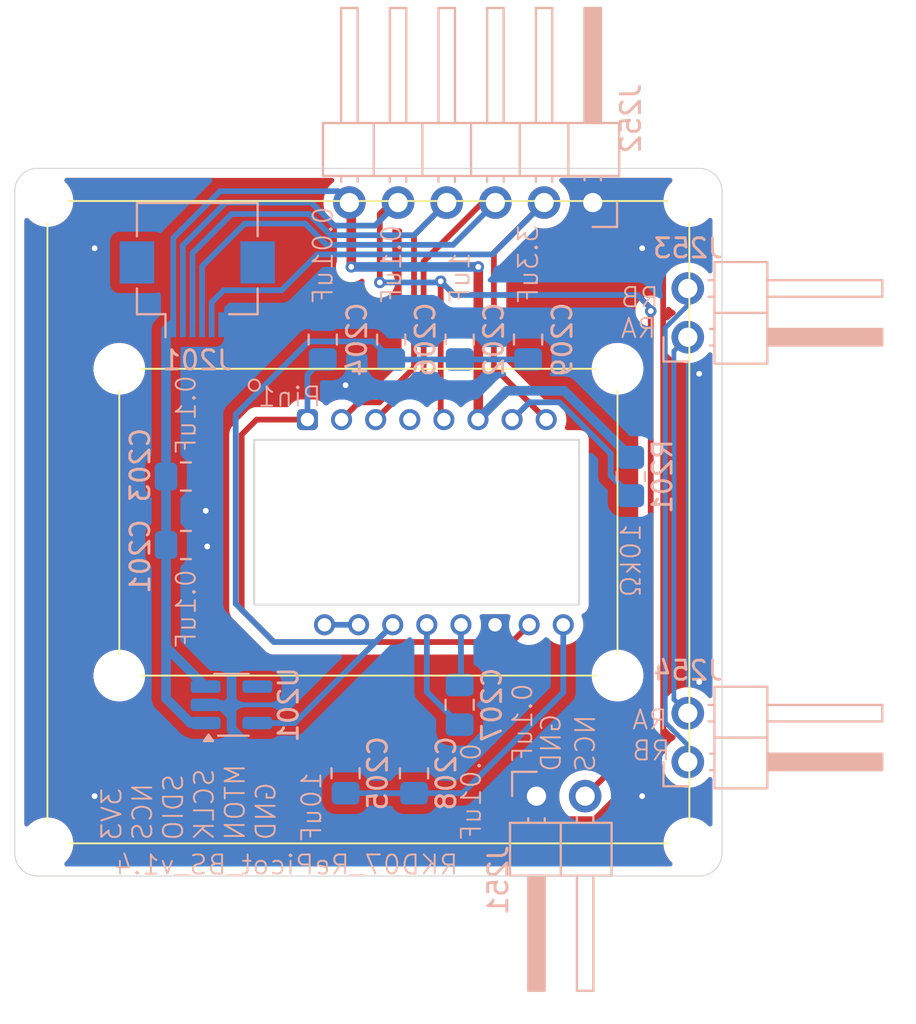
<source format=kicad_pcb>
(kicad_pcb (version 20241229) (generator "pcbnew") (generator_version "9.0")
  (layers (0 "F.Cu" signal) (2 "B.Cu" signal) (13 "F.Paste" user) (15 "B.Paste" user) (5 "F.SilkS" user "F.Silkscreen") (7 "B.SilkS" user "B.Silkscreen") (1 "F.Mask" user) (3 "B.Mask" user) (25 "Edge.Cuts" user))
  (net 0 "")
  (net 1 "3V3_E")
  (net 2 "GND_E")
  (net 3 "1V9_E")
  (net 4 "Net-(U202-+VCSEL)")
  (net 5 "Net-(U202-VCP)")
  (net 6 "Net-(U202-CP)")
  (net 7 "Net-(U202-CN)")
  (net 8 "GP03_MOSI_E")
  (net 9 "NCS_E")
  (net 10 "GP02_SCLK_E")
  (net 11 "GP00_MISO_E")
  (net 12 "GP04_E")
  (net 13 "GP07_E")
  (net 14 "Net-(U202-NRESET)")
  (net 16 "Net-(U202--VCSEL)")
  (footprint "Rikkodo_FootPrint:rkd_picot5400_BTM" (layer "F.Cu") (at 121.443648 78.581184)
    (property "Reference" "Picot**" (hide yes))
    (property "Value" "rkd_picot5400_BTM")
    (fp_line (start -16.75 -16.75) (end -16.75 16.75) (stroke (width 0.1)) (layer "F.SilkS"))
    (fp_line (start -16.75 -16.75) (end 16.75 -16.75) (stroke (width 0.1)) (layer "F.SilkS"))
    (fp_line (start -16.75 16.75) (end 16.75 16.75) (stroke (width 0.1)) (layer "F.SilkS"))
    (fp_line (start 16.75 16.75) (end 16.75 -16.75) (stroke (width 0.1)) (layer "F.SilkS"))
    (pad "" np_thru_hole circle (at -16.75 -16.75) (size 2.2 2.2) (drill 2.2) (layers "*.Cu" "*.Mask"))
    (pad "" np_thru_hole circle (at -16.75 16.75) (size 2.2 2.2) (drill 2.2) (layers "*.Cu" "*.Mask"))
    (pad "" np_thru_hole circle (at 16.75 -16.75) (size 2.2 2.2) (drill 2.2) (layers "*.Cu" "*.Mask"))
    (pad "" np_thru_hole circle (at 16.75 16.75) (size 2.2 2.2) (drill 2.2) (layers "*.Cu" "*.Mask"))
  )
  (footprint "Rikkodo_FootPrint:PMW3610DM-SUDU" (layer "F.Cu") (at 121.443648 78.581184)
    (property "Reference" "U202" (hide yes))
    (property "Value" "PMW3610DM-SUDU")
    (fp_rect (start -5.96 -4.3) (end 11 4.3) (stroke (width 0.1)) (fill no) (layer "Edge.Cuts"))
    (pad "1" thru_hole roundrect (at -3.18 -5.35) (size 1.1 1.1) (drill 0.7) (layers "*.Cu" "*.Mask") (roundrect_rratio 0.2272727273) (net 4 "Net-(U202-+VCSEL)"))
    (pad "2" thru_hole circle (at -1.4 -5.35) (size 1.1 1.1) (drill 0.7) (layers "*.Cu" "*.Mask") (net 11 "GP00_MISO_E"))
    (pad "3" thru_hole circle (at 0.38 -5.35) (size 1.1 1.1) (drill 0.7) (layers "*.Cu" "*.Mask") (net 10 "GP02_SCLK_E"))
    (pad "4" thru_hole circle (at 2.16 -5.35) (size 1.1 1.1) (drill 0.7) (layers "*.Cu" "*.Mask"))
    (pad "5" thru_hole circle (at 3.94 -5.35) (size 1.1 1.1) (drill 0.7) (layers "*.Cu" "*.Mask") (net 9 "NCS_E"))
    (pad "6" thru_hole circle (at 5.72 -5.35) (size 1.1 1.1) (drill 0.7) (layers "*.Cu" "*.Mask") (net 1 "3V3_E"))
    (pad "7" thru_hole circle (at 7.5 -5.35) (size 1.1 1.1) (drill 0.7) (layers "*.Cu" "*.Mask") (net 14 "Net-(U202-NRESET)"))
    (pad "8" thru_hole circle (at 9.28 -5.35) (size 1.1 1.1) (drill 0.7) (layers "*.Cu" "*.Mask") (net 8 "GP03_MOSI_E"))
    (pad "9" thru_hole circle (at 10.17 5.35) (size 1.1 1.1) (drill 0.7) (layers "*.Cu" "*.Mask") (net 5 "Net-(U202-VCP)"))
    (pad "10" thru_hole circle (at 8.39 5.35) (size 1.1 1.1) (drill 0.7) (layers "*.Cu" "*.Mask") (net 4 "Net-(U202-+VCSEL)"))
    (pad "11" thru_hole circle (at 6.61 5.35) (size 1.1 1.1) (drill 0.7) (layers "*.Cu" "*.Mask") (net 2 "GND_E"))
    (pad "12" thru_hole circle (at 4.83 5.35) (size 1.1 1.1) (drill 0.7) (layers "*.Cu" "*.Mask") (net 6 "Net-(U202-CP)"))
    (pad "13" thru_hole circle (at 3.05 5.35) (size 1.1 1.1) (drill 0.7) (layers "*.Cu" "*.Mask") (net 7 "Net-(U202-CN)"))
    (pad "14" thru_hole circle (at 1.27 5.35) (size 1.1 1.1) (drill 0.7) (layers "*.Cu" "*.Mask") (net 3 "1V9_E"))
    (pad "15" thru_hole circle (at -0.51 5.35) (size 1.1 1.1) (drill 0.7) (layers "*.Cu" "*.Mask") (net 16 "Net-(U202--VCSEL)"))
    (pad "16" thru_hole circle (at -2.29 5.35) (size 1.1 1.1) (drill 0.7) (layers "*.Cu" "*.Mask") (net 16 "Net-(U202--VCSEL)"))
  )
  (footprint "Rikkodo_FootPrint:rkd_sumi_foot" (layer "F.Cu") (at 121.443852 78.581316)
    (property "Reference" "REF**" (hide yes))
    (property "Value" "rkd_sumi_foot" (hide yes))
    (fp_rect (start -13 -8) (end 13 8) (stroke (width 0.1)) (fill no) (layer "F.SilkS"))
    (pad "" np_thru_hole circle (at -13 -8) (size 2.2 2.2) (drill 2.2) (layers "*.Cu" "*.Mask"))
    (pad "" np_thru_hole circle (at -13 8) (size 2.2 2.2) (drill 2.2) (layers "*.Cu" "*.Mask"))
    (pad "" np_thru_hole circle (at 13 -8) (size 2.2 2.2) (drill 2.2) (layers "*.Cu" "*.Mask"))
    (pad "" np_thru_hole circle (at 13 8) (size 2.2 2.2) (drill 2.2) (layers "*.Cu" "*.Mask"))
  )
  (footprint "Capacitor_SMD:C_0805_2012Metric_Pad1.18x1.45mm_HandSolder" (layer "B.Cu") (at 126.20625 69.05625 90)
    (property "Reference" "C202" (at 0.000058 1.78583 90) (layer "B.SilkS") (effects (justify mirror)))
    (property "Value" "1uF")
    (fp_line (start -0.261252 -0.735) (end 0.261252 -0.735) (stroke (width 0.12)) (layer "B.SilkS"))
    (fp_line (start -0.261252 0.735) (end 0.261252 0.735) (stroke (width 0.12)) (layer "B.SilkS"))
    (pad "1" smd roundrect (at -1.0375 0 90) (size 1.175 1.45) (layers "B.Cu" "B.Mask" "B.Paste") (roundrect_rratio 0.212766) (net 3 "1V9_E"))
    (pad "2" smd roundrect (at 1.0375 0 90) (size 1.175 1.45) (layers "B.Cu" "B.Mask" "B.Paste") (roundrect_rratio 0.212766) (net 2 "GND_E"))
  )
  (footprint "Capacitor_SMD:C_0805_2012Metric_Pad1.18x1.45mm_HandSolder" (layer "B.Cu") (at 111.918844 76.200064)
    (property "Reference" "C203" (at -2.381344 -0.595313 90) (layer "B.SilkS") (effects (justify mirror)))
    (property "Value" "0.1uF X7R")
    (fp_line (start -0.261252 -0.735) (end 0.261252 -0.735) (stroke (width 0.12)) (layer "B.SilkS"))
    (fp_line (start -0.261252 0.735) (end 0.261252 0.735) (stroke (width 0.12)) (layer "B.SilkS"))
    (pad "1" smd roundrect (at -1.0375 0) (size 1.175 1.45) (layers "B.Cu" "B.Mask" "B.Paste") (roundrect_rratio 0.212766) (net 1 "3V3_E"))
    (pad "2" smd roundrect (at 1.0375 0) (size 1.175 1.45) (layers "B.Cu" "B.Mask" "B.Paste") (roundrect_rratio 0.212766) (net 2 "GND_E"))
  )
  (footprint "Capacitor_SMD:C_0805_2012Metric_Pad1.18x1.45mm_HandSolder" (layer "B.Cu") (at 111.918844 79.772006)
    (property "Reference" "C201" (at -2.381252 0.595249 90) (layer "B.SilkS") (effects (justify mirror)))
    (property "Value" "0.1uF X7R")
    (fp_line (start -0.261252 -0.735) (end 0.261252 -0.735) (stroke (width 0.12)) (layer "B.SilkS"))
    (fp_line (start -0.261252 0.735) (end 0.261252 0.735) (stroke (width 0.12)) (layer "B.SilkS"))
    (pad "1" smd roundrect (at -1.0375 0) (size 1.175 1.45) (layers "B.Cu" "B.Mask" "B.Paste") (roundrect_rratio 0.212766) (net 1 "3V3_E"))
    (pad "2" smd roundrect (at 1.0375 0) (size 1.175 1.45) (layers "B.Cu" "B.Mask" "B.Paste") (roundrect_rratio 0.212766) (net 2 "GND_E"))
  )
  (footprint "Connector_PinHeader_2.54mm:PinHeader_1x02_P2.54mm_Horizontal" (layer "B.Cu") (at 138.112616 68.933485)
    (property "Reference" "J253" (at 0 -4.639681 0) (layer "B.SilkS") (effects (justify mirror)))
    (property "Value" "Conn_01x02_Socket")
    (fp_line (start -1.27 0) (end -1.27 1.27) (stroke (width 0.12)) (layer "B.SilkS"))
    (fp_line (start -1.27 1.27) (end 0 1.27) (stroke (width 0.12)) (layer "B.SilkS"))
    (fp_line (start 1.077358 -2.97) (end 1.39 -2.97) (stroke (width 0.12)) (layer "B.SilkS"))
    (fp_line (start 1.077358 -2.11) (end 1.39 -2.11) (stroke (width 0.12)) (layer "B.SilkS"))
    (fp_line (start 1.16 -0.43) (end 1.39 -0.43) (stroke (width 0.12)) (layer "B.SilkS"))
    (fp_line (start 1.16 0.43) (end 1.39 0.43) (stroke (width 0.12)) (layer "B.SilkS"))
    (fp_line (start 1.39 -3.92) (end 4.15 -3.92) (stroke (width 0.12)) (layer "B.SilkS"))
    (fp_line (start 1.39 -1.27) (end 4.15 -1.27) (stroke (width 0.12)) (layer "B.SilkS"))
    (fp_line (start 1.39 1.38) (end 1.39 -3.92) (stroke (width 0.12)) (layer "B.SilkS"))
    (fp_line (start 4.15 -3.92) (end 4.15 1.38) (stroke (width 0.12)) (layer "B.SilkS"))
    (fp_line (start 4.15 -2.11) (end 10.15 -2.11) (stroke (width 0.12)) (layer "B.SilkS"))
    (fp_line (start 4.15 1.38) (end 1.39 1.38) (stroke (width 0.12)) (layer "B.SilkS"))
    (fp_line (start 10.15 -2.97) (end 4.15 -2.97) (stroke (width 0.12)) (layer "B.SilkS"))
    (fp_line (start 10.15 -2.11) (end 10.15 -2.97) (stroke (width 0.12)) (layer "B.SilkS"))
    (fp_rect (start 4.15 0.43) (end 10.15 -0.43) (stroke (width 0.12)) (fill yes) (layer "B.SilkS"))
    (pad "1" thru_hole circle (at 0 0) (size 1.7 1.7) (drill 1) (layers "*.Cu" "*.Mask") (net 12 "GP04_E"))
    (pad "2" thru_hole circle (at 0 -2.54) (size 1.7 1.7) (drill 1) (layers "*.Cu" "*.Mask") (net 13 "GP07_E"))
  )
  (footprint "Capacitor_SMD:C_0805_2012Metric_Pad1.18x1.45mm_HandSolder" (layer "B.Cu") (at 123.825 91.678125 90)
    (property "Reference" "C208" (at 0 1.68 90) (layer "B.SilkS") (effects (justify mirror)))
    (property "Value" "0.01uF X7R")
    (fp_line (start -0.261252 -0.735) (end 0.261252 -0.735) (stroke (width 0.12)) (layer "B.SilkS"))
    (fp_line (start -0.261252 0.735) (end 0.261252 0.735) (stroke (width 0.12)) (layer "B.SilkS"))
    (pad "1" smd roundrect (at -1.0375 0 90) (size 1.175 1.45) (layers "B.Cu" "B.Mask" "B.Paste") (roundrect_rratio 0.212766) (net 5 "Net-(U202-VCP)"))
    (pad "2" smd roundrect (at 1.0375 0 90) (size 1.175 1.45) (layers "B.Cu" "B.Mask" "B.Paste") (roundrect_rratio 0.212766) (net 2 "GND_E"))
  )
  (footprint "Capacitor_SMD:C_0805_2012Metric_Pad1.18x1.45mm_HandSolder" (layer "B.Cu") (at 120.253125 91.678125 90)
    (property "Reference" "C205" (at 0 1.68 90) (layer "B.SilkS") (effects (justify mirror)))
    (property "Value" "10uF X7R")
    (fp_line (start -0.261252 -0.735) (end 0.261252 -0.735) (stroke (width 0.12)) (layer "B.SilkS"))
    (fp_line (start -0.261252 0.735) (end 0.261252 0.735) (stroke (width 0.12)) (layer "B.SilkS"))
    (pad "1" smd roundrect (at -1.0375 0 90) (size 1.175 1.45) (layers "B.Cu" "B.Mask" "B.Paste") (roundrect_rratio 0.212766) (net 5 "Net-(U202-VCP)"))
    (pad "2" smd roundrect (at 1.0375 0 90) (size 1.175 1.45) (layers "B.Cu" "B.Mask" "B.Paste") (roundrect_rratio 0.212766) (net 2 "GND_E"))
  )
  (footprint "Connector_PinHeader_2.54mm:PinHeader_1x02_P2.54mm_Horizontal" (layer "B.Cu") (at 130.214799 92.868828 -90)
    (property "Reference" "J251" (at 4.385 1.99933 90) (layer "B.SilkS") (effects (justify mirror)))
    (property "Value" "Conn_01x02_Socket")
    (fp_line (start 1.39 1.38) (end 1.39 -3.92) (stroke (width 0.12)) (layer "B.SilkS"))
    (fp_line (start 4.15 1.38) (end 1.39 1.38) (stroke (width 0.12)) (layer "B.SilkS"))
    (fp_line (start -1.27 1.27) (end 0 1.27) (stroke (width 0.12)) (layer "B.SilkS"))
    (fp_line (start 1.16 0.43) (end 1.39 0.43) (stroke (width 0.12)) (layer "B.SilkS"))
    (fp_line (start -1.27 0) (end -1.27 1.27) (stroke (width 0.12)) (layer "B.SilkS"))
    (fp_line (start 1.16 -0.43) (end 1.39 -0.43) (stroke (width 0.12)) (layer "B.SilkS"))
    (fp_line (start 1.39 -1.27) (end 4.15 -1.27) (stroke (width 0.12)) (layer "B.SilkS"))
    (fp_line (start 1.077358 -2.11) (end 1.39 -2.11) (stroke (width 0.12)) (layer "B.SilkS"))
    (fp_line (start 4.15 -2.11) (end 10.15 -2.11) (stroke (width 0.12)) (layer "B.SilkS"))
    (fp_line (start 10.15 -2.11) (end 10.15 -2.97) (stroke (width 0.12)) (layer "B.SilkS"))
    (fp_line (start 1.077358 -2.97) (end 1.39 -2.97) (stroke (width 0.12)) (layer "B.SilkS"))
    (fp_line (start 10.15 -2.97) (end 4.15 -2.97) (stroke (width 0.12)) (layer "B.SilkS"))
    (fp_line (start 1.39 -3.92) (end 4.15 -3.92) (stroke (width 0.12)) (layer "B.SilkS"))
    (fp_line (start 4.15 -3.92) (end 4.15 1.38) (stroke (width 0.12)) (layer "B.SilkS"))
    (fp_rect (start 4.15 0.43) (end 10.15 -0.43) (stroke (width 0.12)) (fill yes) (layer "B.SilkS"))
    (pad "1" thru_hole rect (at 0 0 270) (size 1.7 1.7) (drill 1) (layers "*.Cu" "*.Mask") (net 2 "GND_E"))
    (pad "2" thru_hole circle (at 0 -2.54 270) (size 1.7 1.7) (drill 1) (layers "*.Cu" "*.Mask") (net 9 "NCS_E"))
  )
  (footprint "Capacitor_SMD:C_0805_2012Metric_Pad1.18x1.45mm_HandSolder" (layer "B.Cu") (at 122.634375 69.05625 90)
    (property "Reference" "C206" (at 0.000058 1.785833 90) (layer "B.SilkS") (effects (justify mirror)))
    (property "Value" "0.1uF X7R")
    (fp_line (start -0.261252 -0.735) (end 0.261252 -0.735) (stroke (width 0.12)) (layer "B.SilkS"))
    (fp_line (start -0.261252 0.735) (end 0.261252 0.735) (stroke (width 0.12)) (layer "B.SilkS"))
    (pad "1" smd roundrect (at -1.0375 0 90) (size 1.175 1.45) (layers "B.Cu" "B.Mask" "B.Paste") (roundrect_rratio 0.212766) (net 3 "1V9_E"))
    (pad "2" smd roundrect (at 1.0375 0 90) (size 1.175 1.45) (layers "B.Cu" "B.Mask" "B.Paste") (roundrect_rratio 0.212766) (net 2 "GND_E"))
  )
  (footprint "Package_TO_SOT_SMD:SOT-23-5_HandSoldering" (layer "B.Cu") (at 114.3 88.10625)
    (property "Reference" "U201" (at 2.976661 0.000074 90) (layer "B.SilkS") (effects (justify mirror)))
    (property "Value" "TLV70019DDCR")
    (fp_line (start -0.9 -1.61) (end 0.9 -1.61) (stroke (width 0.12)) (layer "B.SilkS"))
    (fp_line (start 0.1 1.61) (end -0.7 1.61) (stroke (width 0.12)) (layer "B.SilkS"))
    (fp_line (start 0.1 1.61) (end 0.9 1.61) (stroke (width 0.12)) (layer "B.SilkS"))
    (fp_poly (pts (xy -1.2 1.56) (xy -1.44 1.89) (xy -0.96 1.89) (xy -1.2 1.56)) (stroke (width 0.12)) (fill yes) (layer "B.SilkS"))
    (pad "1" smd roundrect (at -1.35 0.95) (size 1.56 0.65) (layers "B.Cu" "B.Mask" "B.Paste") (net 1 "3V3_E"))
    (pad "2" smd roundrect (at -1.35 0) (size 1.56 0.65) (layers "B.Cu" "B.Mask" "B.Paste") (net 2 "GND_E"))
    (pad "3" smd roundrect (at -1.35 -0.95) (size 1.56 0.65) (layers "B.Cu" "B.Mask" "B.Paste") (net 1 "3V3_E"))
    (pad "4" smd roundrect (at 1.35 -0.95) (size 1.56 0.65) (layers "B.Cu" "B.Mask" "B.Paste"))
    (pad "5" smd roundrect (at 1.35 0.95) (size 1.56 0.65) (layers "B.Cu" "B.Mask" "B.Paste") (net 3 "1V9_E"))
  )
  (footprint "Connector_PinHeader_2.54mm:PinHeader_1x06_P2.54mm_Horizontal" (layer "B.Cu") (at 133.151669 61.912552 90)
    (property "Reference" "J252" (at 4.385 1.984315 90) (layer "B.SilkS") (effects (justify mirror)))
    (property "Value" "Conn_01x06")
    (fp_line (start 4.15 -14.08) (end 4.15 1.38) (stroke (width 0.12)) (layer "B.SilkS"))
    (fp_line (start 1.39 -14.08) (end 4.15 -14.08) (stroke (width 0.12)) (layer "B.SilkS"))
    (fp_line (start 10.15 -13.13) (end 4.15 -13.13) (stroke (width 0.12)) (layer "B.SilkS"))
    (fp_line (start 1.077358 -13.13) (end 1.39 -13.13) (stroke (width 0.12)) (layer "B.SilkS"))
    (fp_line (start 10.15 -12.27) (end 10.15 -13.13) (stroke (width 0.12)) (layer "B.SilkS"))
    (fp_line (start 4.15 -12.27) (end 10.15 -12.27) (stroke (width 0.12)) (layer "B.SilkS"))
    (fp_line (start 1.077358 -12.27) (end 1.39 -12.27) (stroke (width 0.12)) (layer "B.SilkS"))
    (fp_line (start 1.39 -11.43) (end 4.15 -11.43) (stroke (width 0.12)) (layer "B.SilkS"))
    (fp_line (start 10.15 -10.59) (end 4.15 -10.59) (stroke (width 0.12)) (layer "B.SilkS"))
    (fp_line (start 1.077358 -10.59) (end 1.39 -10.59) (stroke (width 0.12)) (layer "B.SilkS"))
    (fp_line (start 10.15 -9.73) (end 10.15 -10.59) (stroke (width 0.12)) (layer "B.SilkS"))
    (fp_line (start 4.15 -9.73) (end 10.15 -9.73) (stroke (width 0.12)) (layer "B.SilkS"))
    (fp_line (start 1.077358 -9.73) (end 1.39 -9.73) (stroke (width 0.12)) (layer "B.SilkS"))
    (fp_line (start 1.39 -8.89) (end 4.15 -8.89) (stroke (width 0.12)) (layer "B.SilkS"))
    (fp_line (start 10.15 -8.05) (end 4.15 -8.05) (stroke (width 0.12)) (layer "B.SilkS"))
    (fp_line (start 1.077358 -8.05) (end 1.39 -8.05) (stroke (width 0.12)) (layer "B.SilkS"))
    (fp_line (start 10.15 -7.19) (end 10.15 -8.05) (stroke (width 0.12)) (layer "B.SilkS"))
    (fp_line (start 4.15 -7.19) (end 10.15 -7.19) (stroke (width 0.12)) (layer "B.SilkS"))
    (fp_line (start 1.077358 -7.19) (end 1.39 -7.19) (stroke (width 0.12)) (layer "B.SilkS"))
    (fp_line (start 1.39 -6.35) (end 4.15 -6.35) (stroke (width 0.12)) (layer "B.SilkS"))
    (fp_line (start 10.15 -5.51) (end 4.15 -5.51) (stroke (width 0.12)) (layer "B.SilkS"))
    (fp_line (start 1.077358 -5.51) (end 1.39 -5.51) (stroke (width 0.12)) (layer "B.SilkS"))
    (fp_line (start 10.15 -4.65) (end 10.15 -5.51) (stroke (width 0.12)) (layer "B.SilkS"))
    (fp_line (start 4.15 -4.65) (end 10.15 -4.65) (stroke (width 0.12)) (layer "B.SilkS"))
    (fp_line (start 1.077358 -4.65) (end 1.39 -4.65) (stroke (width 0.12)) (layer "B.SilkS"))
    (fp_line (start 1.39 -3.81) (end 4.15 -3.81) (stroke (width 0.12)) (layer "B.SilkS"))
    (fp_line (start 10.15 -2.97) (end 4.15 -2.97) (stroke (width 0.12)) (layer "B.SilkS"))
    (fp_line (start 1.077358 -2.97) (end 1.39 -2.97) (stroke (width 0.12)) (layer "B.SilkS"))
    (fp_line (start 10.15 -2.11) (end 10.15 -2.97) (stroke (width 0.12)) (layer "B.SilkS"))
    (fp_line (start 4.15 -2.11) (end 10.15 -2.11) (stroke (width 0.12)) (layer "B.SilkS"))
    (fp_line (start 1.077358 -2.11) (end 1.39 -2.11) (stroke (width 0.12)) (layer "B.SilkS"))
    (fp_line (start 1.39 -1.27) (end 4.15 -1.27) (stroke (width 0.12)) (layer "B.SilkS"))
    (fp_line (start 1.16 -0.43) (end 1.39 -0.43) (stroke (width 0.12)) (layer "B.SilkS"))
    (fp_line (start -1.27 0) (end -1.27 1.27) (stroke (width 0.12)) (layer "B.SilkS"))
    (fp_line (start 1.16 0.43) (end 1.39 0.43) (stroke (width 0.12)) (layer "B.SilkS"))
    (fp_line (start -1.27 1.27) (end 0 1.27) (stroke (width 0.12)) (layer "B.SilkS"))
    (fp_line (start 4.15 1.38) (end 1.39 1.38) (stroke (width 0.12)) (layer "B.SilkS"))
    (fp_line (start 1.39 1.38) (end 1.39 -14.08) (stroke (width 0.12)) (layer "B.SilkS"))
    (fp_rect (start 4.15 0.43) (end 10.15 -0.43) (stroke (width 0.12)) (fill yes) (layer "B.SilkS"))
    (pad "1" thru_hole rect (at 0 0 90) (size 1.7 1.7) (drill 1) (layers "*.Cu" "*.Mask") (net 2 "GND_E"))
    (pad "2" thru_hole circle (at 0 -2.54 90) (size 1.7 1.7) (drill 1) (layers "*.Cu" "*.Mask") (net 8 "GP03_MOSI_E"))
    (pad "3" thru_hole circle (at 0 -5.08 90) (size 1.7 1.7) (drill 1) (layers "*.Cu" "*.Mask") (net 10 "GP02_SCLK_E"))
    (pad "4" thru_hole circle (at 0 -7.62 90) (size 1.7 1.7) (drill 1) (layers "*.Cu" "*.Mask") (net 11 "GP00_MISO_E"))
    (pad "5" thru_hole circle (at 0 -10.16 90) (size 1.7 1.7) (drill 1) (layers "*.Cu" "*.Mask") (net 9 "NCS_E"))
    (pad "6" thru_hole circle (at 0 -12.7 90) (size 1.7 1.7) (drill 1) (layers "*.Cu" "*.Mask") (net 1 "3V3_E"))
  )
  (footprint "Capacitor_SMD:C_0805_2012Metric_Pad1.18x1.45mm_HandSolder" (layer "B.Cu") (at 129.778125 69.05625 90)
    (property "Reference" "C209" (at 0.000058 1.785827 90) (layer "B.SilkS") (effects (justify mirror)))
    (property "Value" "3.3uF/16V")
    (fp_line (start -0.261252 -0.735) (end 0.261252 -0.735) (stroke (width 0.12)) (layer "B.SilkS"))
    (fp_line (start -0.261252 0.735) (end 0.261252 0.735) (stroke (width 0.12)) (layer "B.SilkS"))
    (pad "1" smd roundrect (at -1.0375 0 90) (size 1.175 1.45) (layers "B.Cu" "B.Mask" "B.Paste") (roundrect_rratio 0.212766) (net 3 "1V9_E"))
    (pad "2" smd roundrect (at 1.0375 0 90) (size 1.175 1.45) (layers "B.Cu" "B.Mask" "B.Paste") (roundrect_rratio 0.212766) (net 2 "GND_E"))
  )
  (footprint "Connector_FFC-FPC:Hirose_FH12-6S-0.5SH_1x06-1MP_P0.50mm_Horizontal" (layer "B.Cu") (at 112.514157 66.43443)
    (property "Reference" "J201" (at 0 3.7 0) (layer "B.SilkS") (effects (justify mirror)))
    (property "Value" "Conn_01x06")
    (fp_line (start -3.15 -4.5) (end 3.15 -4.5) (stroke (width 0.12)) (layer "B.SilkS"))
    (fp_line (start -3.15 -2.76) (end -3.15 -4.5) (stroke (width 0.12)) (layer "B.SilkS"))
    (fp_line (start -3.15 1.3) (end -3.15 -0.04) (stroke (width 0.12)) (layer "B.SilkS"))
    (fp_line (start -1.66 1.3) (end -3.15 1.3) (stroke (width 0.12)) (layer "B.SilkS"))
    (fp_line (start -1.66 1.3) (end -1.66 2.5) (stroke (width 0.12)) (layer "B.SilkS"))
    (fp_line (start 1.66 1.3) (end 3.15 1.3) (stroke (width 0.12)) (layer "B.SilkS"))
    (fp_line (start 3.15 -4.5) (end 3.15 -2.76) (stroke (width 0.12)) (layer "B.SilkS"))
    (fp_line (start 3.15 1.3) (end 3.15 -0.04) (stroke (width 0.12)) (layer "B.SilkS"))
    (pad "1" smd rect (at -1.25 1.85) (size 0.3 1.3) (layers "B.Cu" "B.Mask" "B.Paste") (net 1 "3V3_E"))
    (pad "2" smd rect (at -0.75 1.85) (size 0.3 1.3) (layers "B.Cu" "B.Mask" "B.Paste") (net 9 "NCS_E"))
    (pad "3" smd rect (at -0.25 1.85) (size 0.3 1.3) (layers "B.Cu" "B.Mask" "B.Paste") (net 11 "GP00_MISO_E"))
    (pad "4" smd rect (at 0.25 1.85) (size 0.3 1.3) (layers "B.Cu" "B.Mask" "B.Paste") (net 10 "GP02_SCLK_E"))
    (pad "5" smd rect (at 0.75 1.85) (size 0.3 1.3) (layers "B.Cu" "B.Mask" "B.Paste") (net 8 "GP03_MOSI_E"))
    (pad "6" smd rect (at 1.25 1.85) (size 0.3 1.3) (layers "B.Cu" "B.Mask" "B.Paste") (net 2 "GND_E"))
    (pad "MP" smd rect (at -3.15 -1.4) (size 1.8 2.2) (layers "B.Cu" "B.Mask" "B.Paste"))
    (pad "MP" smd rect (at 3.15 -1.4) (size 1.8 2.2) (layers "B.Cu" "B.Mask" "B.Paste"))
  )
  (footprint "Capacitor_SMD:C_0805_2012Metric_Pad1.18x1.45mm_HandSolder" (layer "B.Cu") (at 126.20625 88.10625 90)
    (property "Reference" "C207" (at 0 1.68 90) (layer "B.SilkS") (effects (justify mirror)))
    (property "Value" "0.1uF X7R")
    (fp_line (start -0.261252 -0.735) (end 0.261252 -0.735) (stroke (width 0.12)) (layer "B.SilkS"))
    (fp_line (start -0.261252 0.735) (end 0.261252 0.735) (stroke (width 0.12)) (layer "B.SilkS"))
    (pad "1" smd roundrect (at -1.0375 0 90) (size 1.175 1.45) (layers "B.Cu" "B.Mask" "B.Paste") (roundrect_rratio 0.212766) (net 7 "Net-(U202-CN)"))
    (pad "2" smd roundrect (at 1.0375 0 90) (size 1.175 1.45) (layers "B.Cu" "B.Mask" "B.Paste") (roundrect_rratio 0.212766) (net 6 "Net-(U202-CP)"))
  )
  (footprint "Connector_PinHeader_2.54mm:PinHeader_1x02_P2.54mm_Horizontal" (layer "B.Cu") (at 138.112616 91.082889)
    (property "Reference" "J254" (at 0 -4.762504 0) (layer "B.SilkS") (effects (justify mirror)))
    (property "Value" "Conn_01x02_Socket")
    (fp_line (start -1.27 0) (end -1.27 1.27) (stroke (width 0.12)) (layer "B.SilkS"))
    (fp_line (start -1.27 1.27) (end 0 1.27) (stroke (width 0.12)) (layer "B.SilkS"))
    (fp_line (start 1.077358 -2.97) (end 1.39 -2.97) (stroke (width 0.12)) (layer "B.SilkS"))
    (fp_line (start 1.077358 -2.11) (end 1.39 -2.11) (stroke (width 0.12)) (layer "B.SilkS"))
    (fp_line (start 1.16 -0.43) (end 1.39 -0.43) (stroke (width 0.12)) (layer "B.SilkS"))
    (fp_line (start 1.16 0.43) (end 1.39 0.43) (stroke (width 0.12)) (layer "B.SilkS"))
    (fp_line (start 1.39 -3.92) (end 4.15 -3.92) (stroke (width 0.12)) (layer "B.SilkS"))
    (fp_line (start 1.39 -1.27) (end 4.15 -1.27) (stroke (width 0.12)) (layer "B.SilkS"))
    (fp_line (start 1.39 1.38) (end 1.39 -3.92) (stroke (width 0.12)) (layer "B.SilkS"))
    (fp_line (start 4.15 -3.92) (end 4.15 1.38) (stroke (width 0.12)) (layer "B.SilkS"))
    (fp_line (start 4.15 -2.11) (end 10.15 -2.11) (stroke (width 0.12)) (layer "B.SilkS"))
    (fp_line (start 4.15 1.38) (end 1.39 1.38) (stroke (width 0.12)) (layer "B.SilkS"))
    (fp_line (start 10.15 -2.97) (end 4.15 -2.97) (stroke (width 0.12)) (layer "B.SilkS"))
    (fp_line (start 10.15 -2.11) (end 10.15 -2.97) (stroke (width 0.12)) (layer "B.SilkS"))
    (fp_rect (start 4.15 0.43) (end 10.15 -0.43) (stroke (width 0.12)) (fill yes) (layer "B.SilkS"))
    (pad "1" thru_hole circle (at 0 0) (size 1.7 1.7) (drill 1) (layers "*.Cu" "*.Mask") (net 13 "GP07_E"))
    (pad "2" thru_hole circle (at 0 -2.54) (size 1.7 1.7) (drill 1) (layers "*.Cu" "*.Mask") (net 12 "GP04_E"))
  )
  (footprint "Resistor_SMD:R_0805_2012Metric_Pad1.20x1.40mm_HandSolder" (layer "B.Cu") (at 135.136051 76.2 90)
    (property "Reference" "R201" (at 0 1.65 90) (layer "B.SilkS") (effects (justify mirror)))
    (property "Value" "10k")
    (fp_line (start -0.227064 -0.735) (end 0.227064 -0.735) (stroke (width 0.12)) (layer "B.SilkS"))
    (fp_line (start -0.227064 0.735) (end 0.227064 0.735) (stroke (width 0.12)) (layer "B.SilkS"))
    (pad "1" smd roundrect (at -1 0 90) (size 1.2 1.4) (layers "B.Cu" "B.Mask" "B.Paste") (roundrect_rratio 0.208333) (net 14 "Net-(U202-NRESET)"))
    (pad "2" smd roundrect (at 1 0 90) (size 1.2 1.4) (layers "B.Cu" "B.Mask" "B.Paste") (roundrect_rratio 0.208333) (net 1 "3V3_E"))
  )
  (footprint "Capacitor_SMD:C_0805_2012Metric_Pad1.18x1.45mm_HandSolder" (layer "B.Cu") (at 119.0625 69.05625 90)
    (property "Reference" "C204" (at 0.000058 1.785836 90) (layer "B.SilkS") (effects (justify mirror)))
    (property "Value" "0.01uF X7R")
    (fp_line (start -0.261252 -0.735) (end 0.261252 -0.735) (stroke (width 0.12)) (layer "B.SilkS"))
    (fp_line (start -0.261252 0.735) (end 0.261252 0.735) (stroke (width 0.12)) (layer "B.SilkS"))
    (pad "1" smd roundrect (at -1.0375 0 90) (size 1.175 1.45) (layers "B.Cu" "B.Mask" "B.Paste") (roundrect_rratio 0.212766) (net 4 "Net-(U202-+VCSEL)"))
    (pad "2" smd roundrect (at 1.0375 0 90) (size 1.175 1.45) (layers "B.Cu" "B.Mask" "B.Paste") (roundrect_rratio 0.212766) (net 2 "GND_E"))
  )
  (gr_circle (center 115.490722 71.4375) (end 115.788378 71.4375) (stroke (width 0.1)) (fill no) (layer "B.SilkS"))
  (gr_line (start 138.707929 97.036023) (end 104.1798 97.036017) (stroke (width 0.05)) (layer "Edge.Cuts"))
  (gr_line (start 102.989151 61.3173) (end 102.989151 95.845393) (stroke (width 0.05)) (layer "Edge.Cuts"))
  (gr_arc (start 139.898555 95.845393) (mid 139.549829 96.687293) (end 138.707929 97.036019) (stroke (width 0.05)) (layer "Edge.Cuts"))
  (gr_line (start 139.898553 61.308302) (end 139.898555 95.845393) (stroke (width 0.05)) (layer "Edge.Cuts"))
  (gr_line (start 138.707929 60.126613) (end 104.179775 60.126613) (stroke (width 0.05)) (layer "Edge.Cuts"))
  (gr_arc (start 102.989151 61.317237) (mid 103.337895 60.475358) (end 104.179775 60.126613) (stroke (width 0.05)) (layer "Edge.Cuts"))
  (gr_arc (start 104.179775 97.036017) (mid 103.337896 96.687273) (end 102.989151 95.845393) (stroke (width 0.05)) (layer "Edge.Cuts"))
  (gr_arc (start 138.707929 60.126613) (mid 139.549808 60.475357) (end 139.898553 61.317237) (stroke (width 0.05)) (layer "Edge.Cuts"))
  (gr_text "0.1uF" (at 123.229584 67.270256 90) (layer "B.SilkS") (effects (font (size 1 1) (thickness 0.1)) (justify right bottom mirror)))
  (gr_text "NCS" (at 133.350112 91.678202 90) (layer "B.SilkS") (effects (font (size 1 1) (thickness 0.1)) (justify right bottom mirror)))
  (gr_text "0.01uF" (at 127.396982 95.25008 90) (layer "B.SilkS") (effects (font (size 1 1) (thickness 0.1)) (justify right bottom mirror)))
  (gr_text "10uF" (at 119.0626 95.331184 90) (layer "B.SilkS") (effects (font (size 1 1) (thickness 0.1)) (justify right bottom mirror)))
  (gr_text "3V3\nNCS\nSDIO\nSCLK\nMTON\nGND" (at 116.681348 95.25008 90) (layer "B.SilkS") (effects (font (size 1 1) (thickness 0.1)) (justify right bottom mirror)))
  (gr_text "0.1uF" (at 112.513968 80.962432 90) (layer "B.SilkS") (effects (font (size 1 1) (thickness 0.1)) (justify left bottom mirror)))
  (gr_text "0.01uF" (at 119.657913 67.270369 90) (layer "B.SilkS") (effects (font (size 1 1) (thickness 0.1)) (justify right bottom mirror)))
  (gr_text "0.1uF" (at 112.513968 70.842128 90) (layer "B.SilkS") (effects (font (size 1 1) (thickness 0.1)) (justify left bottom mirror)))
  (gr_text "RB\nRA" (at 134.540738 69.056308 0) (layer "B.SilkS") (effects (font (size 1 1) (thickness 0.1)) (justify right bottom mirror)))
  (gr_text "Pin1" (at 119.0626 72.628186 0) (layer "B.SilkS") (effects (font (size 1 1) (thickness 0.1)) (justify left bottom mirror)))
  (gr_text "1uF" (at 126.801456 67.270256 90) (layer "B.SilkS") (effects (font (size 1 1) (thickness 0.1)) (justify right bottom mirror)))
  (gr_text "10kΩ" (at 135.731364 78.581316 90) (layer "B.SilkS") (effects (font (size 1 1) (thickness 0.1)) (justify left bottom mirror)))
  (gr_text "RKD07_RePicot_BS_v1.4\n" (at 126.206356 97.036019 0) (layer "B.SilkS") (effects (font (size 1 1) (thickness 0.1)) (justify left bottom mirror)))
  (gr_text "GND" (at 131.564173 91.678202 90) (layer "B.SilkS") (effects (font (size 1 1) (thickness 0.1)) (justify right bottom mirror)))
  (gr_text "3.3uF" (at 130.373547 67.270369 90) (layer "B.SilkS") (effects (font (size 1 1) (thickness 0.1)) (justify right bottom mirror)))
  (gr_text "RA\nRB" (at 135.136051 91.082889 0) (layer "B.SilkS") (effects (font (size 1 1) (thickness 0.1)) (justify right bottom mirror)))
  (gr_text "0.1uF" (at 130.075672 86.915552 90) (layer "B.SilkS") (effects (font (size 1 1) (thickness 0.1)) (justify left bottom mirror)))
  (segment (start 120.55068 62.011563) (end 120.451669 61.912552) (width 0.5) (layer "F.Cu") (net 1))
  (segment (start 127.179 65.266552) (end 127.179 73.215832) (width 0.5) (layer "F.Cu") (net 1))
  (segment (start 127.179 73.215832) (end 127.163648 73.231184) (width 0.5) (layer "F.Cu") (net 1))
  (segment (start 120.55068 65.266552) (end 120.55068 62.011563) (width 0.5) (layer "F.Cu") (net 1))
  (via (at 127.179 65.266552) (size 0.6) (drill 0.3) (layers "F.Cu" "B.Cu") (net 1))
  (via (at 120.55068 65.266552) (size 0.6) (drill 0.3) (layers "F.Cu" "B.Cu") (net 1))
  (segment (start 127.179 65.266552) (end 120.55068 65.266552) (width 0.5) (layer "B.Cu") (net 1))
  (segment (start 119.856356 61.317239) (end 113.704783 61.317239) (width 0.3) (layer "B.Cu") (net 1))
  (segment (start 110.881344 76.200064) (end 110.881344 68.566243) (width 0.5) (layer "B.Cu") (net 1))
  (segment (start 110.881344 85.087594) (end 110.881344 87.767593) (width 0.5) (layer "B.Cu") (net 1))
  (segment (start 128.665648 71.729184) (end 127.163648 73.231184) (width 0.5) (layer "B.Cu") (net 1))
  (segment (start 131.665235 71.729184) (end 135.136051 75.2) (width 0.5) (layer "B.Cu") (net 1))
  (segment (start 120.451669 61.912552) (end 119.856356 61.317239) (width 0.3) (layer "B.Cu") (net 1))
  (segment (start 111.264157 63.757865) (end 111.264157 68.28443) (width 0.3) (layer "B.Cu") (net 1))
  (segment (start 113.704783 61.317239) (end 111.264157 63.757865) (width 0.3) (layer "B.Cu") (net 1))
  (segment (start 110.881344 76.200064) (end 110.881344 79.771939) (width 0.5) (layer "B.Cu") (net 1))
  (segment (start 110.881344 79.772006) (end 110.881344 85.087594) (width 0.5) (layer "B.Cu") (net 1))
  (segment (start 110.881344 87.767593) (end 112.170001 89.05625) (width 0.5) (layer "B.Cu") (net 1))
  (segment (start 112.170001 89.05625) (end 112.95 89.05625) (width 0.5) (layer "B.Cu") (net 1))
  (segment (start 128.665648 71.729184) (end 131.665235 71.729184) (width 0.5) (layer "B.Cu") (net 1))
  (segment (start 110.881344 85.087594) (end 112.95 87.15625) (width 0.5) (layer "B.Cu") (net 1))
  (segment (start 110.881344 68.566243) (end 111.163157 68.28443) (width 0.5) (layer "B.Cu") (net 1))
  (segment (start 131.415799 94.069828) (end 130.214799 92.868828) (width 0.3) (layer "F.Cu") (net 2))
  (segment (start 136.827677 65.58856) (end 133.151669 61.912552) (width 0.3) (layer "F.Cu") (net 2))
  (segment (start 136.827677 90.494421) (end 133.25227 94.069828) (width 0.3) (layer "F.Cu") (net 2))
  (segment (start 136.827677 65.58856) (end 136.827677 90.494421) (width 0.3) (layer "F.Cu") (net 2))
  (segment (start 133.25227 94.069828) (end 131.415799 94.069828) (width 0.3) (layer "F.Cu") (net 2))
  (via (at 112.956344 77.986003) (size 0.6) (drill 0.3) (layers "F.Cu" "B.Cu") (net 2))
  (via (at 138.707929 86.915698) (size 0.6) (drill 0.3) (layers "F.Cu" "B.Cu") (net 2))
  (via (at 120.253125 71.4375) (size 0.6) (drill 0.3) (layers "F.Cu" "B.Cu") (net 2))
  (via (at 135.73125 92.86875) (size 0.6) (drill 0.3) (layers "F.Cu" "B.Cu") (net 2))
  (via (at 107.15625 64.29375) (size 0.6) (drill 0.3) (layers "F.Cu" "B.Cu") (net 2))
  (via (at 138.707929 70.842247) (size 0.6) (drill 0.3) (layers "F.Cu" "B.Cu") (net 2))
  (via (at 107.15625 92.86875) (size 0.6) (drill 0.3) (layers "F.Cu" "B.Cu") (net 2))
  (via (at 135.73125 64.29375) (size 0.6) (drill 0.3) (layers "F.Cu" "B.Cu") (net 2))
  (via (at 113.032908 79.848504) (size 0.6) (drill 0.3) (layers "F.Cu" "B.Cu") (net 2))
  (segment (start 119.0625 68.01875) (end 116.703158 68.01875) (width 0.5) (layer "B.Cu") (net 2))
  (segment (start 128.603648 88.557144) (end 128.603648 84.481184) (width 0.5) (layer "B.Cu") (net 2))
  (segment (start 128.603648 84.481184) (end 128.053648 83.931184) (width 0.5) (layer "B.Cu") (net 2))
  (segment (start 119.0625 68.01875) (end 123.825 68.01875) (width 0.5) (layer "B.Cu") (net 2))
  (segment (start 116.703158 68.01875) (end 114.029837 68.01875) (width 0.5) (layer "B.Cu") (net 2))
  (segment (start 112.956344 79.772006) (end 112.956344 84.976633) (width 0.5) (layer "B.Cu") (net 2))
  (segment (start 112.95 88.10625) (end 113.729999 88.10625) (width 0.5) (layer "B.Cu") (net 2))
  (segment (start 115.459963 90.518335) (end 115.582253 90.640625) (width 0.5) (layer "B.Cu") (net 2))
  (segment (start 112.956344 79.771939) (end 113.032908 79.848504) (width 0.5) (layer "B.Cu") (net 2))
  (segment (start 123.825 90.640625) (end 126.520167 90.640625) (width 0.5) (layer "B.Cu") (net 2))
  (segment (start 113.865157 68.18343) (end 113.865157 68.28443) (width 0.5) (layer "B.Cu") (net 2))
  (segment (start 112.956344 84.976633) (end 114.300096 86.320385) (width 0.5) (layer "B.Cu") (net 2))
  (segment (start 126.520167 90.640625) (end 128.603648 88.557144) (width 0.5) (layer "B.Cu") (net 2))
  (segment (start 114.029837 68.01875) (end 113.865157 68.18343) (width 0.5) (layer "B.Cu") (net 2))
  (segment (start 115.459963 90.518335) (end 120.191708 95.25008) (width 0.5) (layer "B.Cu") (net 2))
  (segment (start 123.825 68.01875) (end 129.778125 68.01875) (width 0.5) (layer "B.Cu") (net 2))
  (segment (start 116.703158 68.01875) (end 112.956344 71.765564) (width 0.5) (layer "B.Cu") (net 2))
  (segment (start 114.300096 86.320385) (end 114.300096 88.676347) (width 0.5) (layer "B.Cu") (net 2))
  (segment (start 113.729999 88.10625) (end 114.300096 88.676347) (width 0.5) (layer "B.Cu") (net 2))
  (segment (start 120.191708 95.25008) (end 127.833547 95.25008) (width 0.5) (layer "B.Cu") (net 2))
  (segment (start 114.300096 89.358468) (end 115.459963 90.518335) (width 0.5) (layer "B.Cu") (net 2))
  (segment (start 112.956344 76.200064) (end 112.956344 79.771939) (width 0.5) (layer "B.Cu") (net 2))
  (segment (start 112.956344 71.765564) (end 112.956344 76.200064) (width 0.5) (layer "B.Cu") (net 2))
  (segment (start 120.253125 90.640625) (end 123.825 90.640625) (width 0.5) (layer "B.Cu") (net 2))
  (segment (start 127.833547 95.25008) (end 130.214799 92.868828) (width 0.5) (layer "B.Cu") (net 2))
  (segment (start 114.300096 88.676347) (end 114.300096 89.358468) (width 0.5) (layer "B.Cu") (net 2))
  (segment (start 113.032908 79.848504) (end 113.228469 80.044064) (width 0.5) (layer "B.Cu") (net 2))
  (segment (start 115.582253 90.640625) (end 120.253125 90.640625) (width 0.5) (layer "B.Cu") (net 2))
  (segment (start 115.65 89.05625) (end 117.588582 89.05625) (width 0.3) (layer "B.Cu") (net 3))
  (segment (start 118.33163 69.15525) (end 114.519 72.96788) (width 0.3) (layer "B.Cu") (net 3))
  (segment (start 122.634375 70.09375) (end 121.695875 69.15525) (width 0.3) (layer "B.Cu") (net 3))
  (segment (start 121.812648 84.832184) (end 122.713648 83.931184) (width 0.3) (layer "B.Cu") (net 3))
  (segment (start 121.695875 69.15525) (end 118.33163 69.15525) (width 0.3) (layer "B.Cu") (net 3))
  (segment (start 114.519 72.96788) (end 114.519 82.837189) (width 0.3) (layer "B.Cu") (net 3))
  (segment (start 114.519 82.837189) (end 116.513995 84.832184) (width 0.3) (layer "B.Cu") (net 3))
  (segment (start 122.634375 70.09375) (end 126.20625 70.09375) (width 0.3) (layer "B.Cu") (net 3))
  (segment (start 126.20625 70.09375) (end 129.778125 70.09375) (width 0.3) (layer "B.Cu") (net 3))
  (segment (start 121.812648 84.832184) (end 117.588582 89.05625) (width 0.3) (layer "B.Cu") (net 3))
  (segment (start 116.513995 84.832184) (end 121.812648 84.832184) (width 0.3) (layer "B.Cu") (net 3))
  (segment (start 114.832648 83.150837) (end 116.513995 84.832184) (width 0.3) (layer "F.Cu") (net 4))
  (segment (start 116.513995 84.832184) (end 128.932648 84.832184) (width 0.3) (layer "F.Cu") (net 4))
  (segment (start 128.932648 84.832184) (end 129.833648 83.931184) (width 0.3) (layer "F.Cu") (net 4))
  (segment (start 114.832648 74.011531) (end 114.832648 83.150837) (width 0.3) (layer "F.Cu") (net 4))
  (segment (start 115.612995 73.231184) (end 114.832648 74.011531) (width 0.3) (layer "F.Cu") (net 4))
  (segment (start 118.263648 73.231184) (end 115.612995 73.231184) (width 0.3) (layer "F.Cu") (net 4))
  (segment (start 118.263648 73.231184) (end 118.263648 70.892602) (width 0.3) (layer "B.Cu") (net 4))
  (segment (start 118.263648 70.892602) (end 119.0625 70.09375) (width 0.3) (layer "B.Cu") (net 4))
  (segment (start 123.825 92.715625) (end 120.253125 92.715625) (width 0.3) (layer "B.Cu") (net 5))
  (segment (start 131.613648 83.931184) (end 131.613648 87.461536) (width 0.3) (layer "B.Cu") (net 5))
  (segment (start 126.359559 92.715625) (end 123.825 92.715625) (width 0.3) (layer "B.Cu") (net 5))
  (segment (start 131.613648 87.461536) (end 126.359559 92.715625) (width 0.3) (layer "B.Cu") (net 5))
  (segment (start 126.273648 87.001352) (end 126.20625 87.06875) (width 0.3) (layer "B.Cu") (net 6))
  (segment (start 126.273648 83.931184) (end 126.273648 87.001352) (width 0.3) (layer "B.Cu") (net 6))
  (segment (start 124.493648 87.431148) (end 126.20625 89.14375) (width 0.3) (layer "B.Cu") (net 7))
  (segment (start 124.493648 83.931184) (end 124.493648 87.431148) (width 0.3) (layer "B.Cu") (net 7))
  (segment (start 130.611669 61.912552) (end 127.992295 64.531926) (width 0.3) (layer "F.Cu") (net 8))
  (segment (start 127.992295 70.499831) (end 130.723648 73.231184) (width 0.3) (layer "F.Cu") (net 8))
  (segment (start 127.992295 64.531926) (end 127.992295 70.499831) (width 0.3) (layer "F.Cu") (net 8))
  (segment (start 127.907669 64.616552) (end 118.784035 64.616552) (width 0.3) (layer "B.Cu") (net 8))
  (segment (start 116.915157 66.48543) (end 113.894409 66.48543) (width 0.3) (layer "B.Cu") (net 8))
  (segment (start 130.611669 61.912552) (end 127.907669 64.616552) (width 0.3) (layer "B.Cu") (net 8))
  (segment (start 113.894409 66.48543) (end 113.264157 67.115682) (width 0.3) (layer "B.Cu") (net 8))
  (segment (start 113.264157 67.115682) (end 113.264157 68.28443) (width 0.3) (layer "B.Cu") (net 8))
  (segment (start 118.784035 64.616552) (end 116.915157 66.48543) (width 0.3) (layer "B.Cu") (net 8))
  (segment (start 122.03896 66.079632) (end 122.03896 62.507915) (width 0.3) (layer "F.Cu") (net 9))
  (segment (start 136.177677 89.44595) (end 132.754799 92.868828) (width 0.3) (layer "F.Cu") (net 9))
  (segment (start 136.177677 67.567912) (end 136.177677 89.44595) (width 0.3) (layer "F.Cu") (net 9))
  (segment (start 125.217356 66.016552) (end 125.217356 73.064892) (width 0.3) (layer "F.Cu") (net 9))
  (segment (start 125.217356 73.064892) (end 125.383648 73.231184) (width 0.3) (layer "F.Cu") (net 9))
  (segment (start 122.634323 61.912552) (end 122.991669 61.912552) (width 0.3) (layer "F.Cu") (net 9))
  (segment (start 122.03896 62.507915) (end 122.634323 61.912552) (width 0.3) (layer "F.Cu") (net 9))
  (via (at 136.177677 67.567912) (size 0.6) (drill 0.3) (layers "F.Cu" "B.Cu") (net 9))
  (via (at 125.217356 66.016552) (size 0.6) (drill 0.3) (layers "F.Cu" "B.Cu") (net 9))
  (via (at 122.03896 66.079632) (size 0.6) (drill 0.3) (layers "F.Cu" "B.Cu") (net 9))
  (segment (start 125.217356 66.016552) (end 125.931436 66.730632) (width 0.3) (layer "B.Cu") (net 9))
  (segment (start 125.931436 66.730632) (end 135.489168 66.730632) (width 0.3) (layer "B.Cu") (net 9))
  (segment (start 136.326448 67.567912) (end 136.177677 67.567912) (width 0.3) (layer "B.Cu") (net 9))
  (segment (start 122.991669 61.912552) (end 121.790669 63.113552) (width 0.3) (layer "B.Cu") (net 9))
  (segment (start 119.668287 63.113552) (end 118.467287 61.912552) (width 0.3) (layer "B.Cu") (net 9))
  (segment (start 113.997021 61.912552) (end 111.764157 64.145416) (width 0.3) (layer "B.Cu") (net 9))
  (segment (start 125.217356 66.016552) (end 125.154276 66.079632) (width 0.3) (layer "B.Cu") (net 9))
  (segment (start 111.764157 64.145416) (end 111.764157 68.28443) (width 0.3) (layer "B.Cu") (net 9))
  (segment (start 125.154276 66.079632) (end 122.03896 66.079632) (width 0.3) (layer "B.Cu") (net 9))
  (segment (start 121.790669 63.113552) (end 119.668287 63.113552) (width 0.3) (layer "B.Cu") (net 9))
  (segment (start 118.467287 61.912552) (end 113.997021 61.912552) (width 0.3) (layer "B.Cu") (net 9))
  (segment (start 135.489168 66.730632) (end 136.326448 67.567912) (width 0.3) (layer "B.Cu") (net 9))
  (segment (start 124.326 70.728833) (end 121.823648 73.231184) (width 0.3) (layer "F.Cu") (net 10))
  (segment (start 127.396982 61.912552) (end 124.326 64.983534) (width 0.3) (layer "F.Cu") (net 10))
  (segment (start 128.071669 61.912552) (end 127.396982 61.912552) (width 0.3) (layer "F.Cu") (net 10))
  (segment (start 124.326 64.983534) (end 124.326 70.728833) (width 0.3) (layer "F.Cu") (net 10))
  (segment (start 114.989722 63.008865) (end 118.14656 63.008865) (width 0.3) (layer "B.Cu") (net 10))
  (segment (start 119.253246 64.115552) (end 125.868669 64.115552) (width 0.3) (layer "B.Cu") (net 10))
  (segment (start 118.14656 63.008865) (end 119.253246 64.115552) (width 0.3) (layer "B.Cu") (net 10))
  (segment (start 112.764157 65.23443) (end 114.989722 63.008865) (width 0.3) (layer "B.Cu") (net 10))
  (segment (start 112.764157 68.28443) (end 112.764157 65.23443) (width 0.3) (layer "B.Cu") (net 10))
  (segment (start 125.868669 64.115552) (end 128.071669 61.912552) (width 0.3) (layer "B.Cu") (net 10))
  (segment (start 120.043648 73.231184) (end 120.944648 72.330184) (width 0.3) (layer "F.Cu") (net 11))
  (segment (start 120.944648 72.330184) (end 122.016128 72.330184) (width 0.3) (layer "F.Cu") (net 11))
  (segment (start 123.825 70.521312) (end 123.825 63.619221) (width 0.3) (layer "F.Cu") (net 11))
  (segment (start 122.016128 72.330184) (end 123.825 70.521312) (width 0.3) (layer "F.Cu") (net 11))
  (segment (start 123.825 63.619221) (end 125.531669 61.912552) (width 0.3) (layer "F.Cu") (net 11))
  (segment (start 112.264157 64.543804) (end 114.300096 62.507865) (width 0.3) (layer "B.Cu") (net 11))
  (segment (start 123.829669 63.614552) (end 125.531669 61.912552) (width 0.3) (layer "B.Cu") (net 11))
  (segment (start 118.35408 62.507865) (end 119.460767 63.614552) (width 0.3) (layer "B.Cu") (net 11))
  (segment (start 112.264157 68.28443) (end 112.264157 64.543804) (width 0.3) (layer "B.Cu") (net 11))
  (segment (start 119.460767 63.614552) (end 123.829669 63.614552) (width 0.3) (layer "B.Cu") (net 11))
  (segment (start 114.300096 62.507865) (end 118.35408 62.507865) (width 0.3) (layer "B.Cu") (net 11))
  (segment (start 137.387616 69.658485) (end 137.387616 87.817889) (width 0.25) (layer "B.Cu") (net 12))
  (segment (start 137.387616 69.658485) (end 138.112616 68.933485) (width 0.25) (layer "B.Cu") (net 12))
  (segment (start 137.387616 87.817889) (end 138.112616 88.542889) (width 0.25) (layer "B.Cu") (net 12))
  (segment (start 138.112616 88.542889) (end 137.953868 88.542889) (width 0.25) (layer "B.Cu") (net 12))
  (segment (start 138.112616 67.270369) (end 136.936616 68.446369) (width 0.25) (layer "B.Cu") (net 13))
  (segment (start 136.936616 68.446369) (end 136.936616 89.030005) (width 0.25) (layer "B.Cu") (net 13))
  (segment (start 138.112616 66.393485) (end 138.112616 67.270369) (width 0.25) (layer "B.Cu") (net 13))
  (segment (start 138.112616 90.206005) (end 138.112616 91.082889) (width 0.25) (layer "B.Cu") (net 13))
  (segment (start 136.936616 89.030005) (end 138.112616 90.206005) (width 0.25) (layer "B.Cu") (net 13))
  (segment (start 128.943648 73.231184) (end 129.844648 72.330184) (width 0.3) (layer "B.Cu") (net 14))
  (segment (start 129.844648 72.330184) (end 131.413301 72.330184) (width 0.3) (layer "B.Cu") (net 14))
  (segment (start 131.413301 72.330184) (end 134.085051 75.001934) (width 0.3) (layer "B.Cu") (net 14))
  (segment (start 134.085051 76.149) (end 135.136051 77.2) (width 0.3) (layer "B.Cu") (net 14))
  (segment (start 134.085051 75.001934) (end 134.085051 76.149) (width 0.3) (layer "B.Cu") (net 14))
  (segment (start 119.153648 83.931184) (end 120.933648 83.931184) (width 0.3) (layer "B.Cu") (net 16))
  (zone (net 2) (net_name "GND_E") (layers "F.Cu" "B.Cu") (priority 1) (connect_pads yes (clearance 0.5)) (min_thickness 0.25) (fill yes (thermal_gap 0.5) (thermal_bridge_width 0.5))
    (polygon (pts (xy 102.989149 60.126613) (xy 102.989149 97.036019) (xy 139.898555 97.036019) (xy 139.898555 60.126613)))
  )
)
</source>
